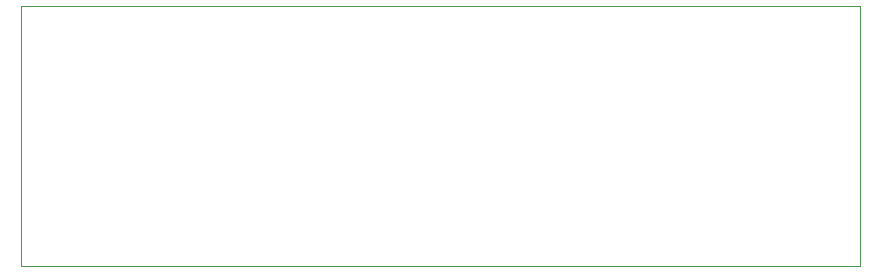
<source format=gbr>
G04 #@! TF.GenerationSoftware,KiCad,Pcbnew,(5.1.5)-3*
G04 #@! TF.CreationDate,2020-04-16T22:58:05-04:00*
G04 #@! TF.ProjectId,SOIC-8-HighPower,534f4943-2d38-42d4-9869-6768506f7765,rev?*
G04 #@! TF.SameCoordinates,Original*
G04 #@! TF.FileFunction,Profile,NP*
%FSLAX46Y46*%
G04 Gerber Fmt 4.6, Leading zero omitted, Abs format (unit mm)*
G04 Created by KiCad (PCBNEW (5.1.5)-3) date 2020-04-16 22:58:05*
%MOMM*%
%LPD*%
G04 APERTURE LIST*
%ADD10C,0.050000*%
G04 APERTURE END LIST*
D10*
X118000000Y-73000000D02*
X118000000Y-51000000D01*
X189000000Y-73000000D02*
X118000000Y-73000000D01*
X189000000Y-51000000D02*
X189000000Y-73000000D01*
X118000000Y-51000000D02*
X189000000Y-51000000D01*
M02*

</source>
